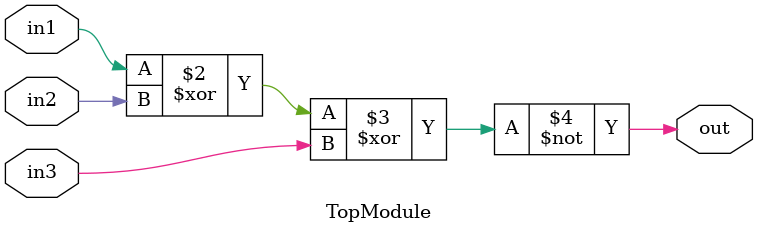
<source format=sv>
module TopModule(
    input logic in1,  // 1-bit input signal
    input logic in2,  // 1-bit input signal
    input logic in3,  // 1-bit input signal
    output logic out  // 1-bit output signal
);

    // Combinational logic for the specified behavior
    always_comb begin
        out = ~((in1 ^ in2) ^ in3);
    end

endmodule
</source>
